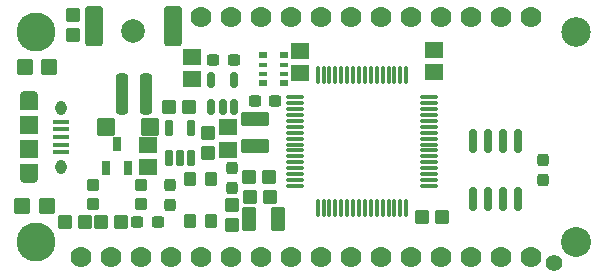
<source format=gbr>
%TF.GenerationSoftware,KiCad,Pcbnew,8.0.4-8.0.4-0~ubuntu22.04.1*%
%TF.CreationDate,2024-08-18T15:20:42-07:00*%
%TF.ProjectId,feather_M4_express,66656174-6865-4725-9f4d-345f65787072,rev?*%
%TF.SameCoordinates,Original*%
%TF.FileFunction,Soldermask,Top*%
%TF.FilePolarity,Negative*%
%FSLAX46Y46*%
G04 Gerber Fmt 4.6, Leading zero omitted, Abs format (unit mm)*
G04 Created by KiCad (PCBNEW 8.0.4-8.0.4-0~ubuntu22.04.1) date 2024-08-18 15:20:42*
%MOMM*%
%LPD*%
G01*
G04 APERTURE LIST*
G04 Aperture macros list*
%AMRoundRect*
0 Rectangle with rounded corners*
0 $1 Rounding radius*
0 $2 $3 $4 $5 $6 $7 $8 $9 X,Y pos of 4 corners*
0 Add a 4 corners polygon primitive as box body*
4,1,4,$2,$3,$4,$5,$6,$7,$8,$9,$2,$3,0*
0 Add four circle primitives for the rounded corners*
1,1,$1+$1,$2,$3*
1,1,$1+$1,$4,$5*
1,1,$1+$1,$6,$7*
1,1,$1+$1,$8,$9*
0 Add four rect primitives between the rounded corners*
20,1,$1+$1,$2,$3,$4,$5,0*
20,1,$1+$1,$4,$5,$6,$7,0*
20,1,$1+$1,$6,$7,$8,$9,0*
20,1,$1+$1,$8,$9,$2,$3,0*%
G04 Aperture macros list end*
%ADD10RoundRect,0.050800X-0.500000X0.537500X-0.500000X-0.537500X0.500000X-0.537500X0.500000X0.537500X0*%
%ADD11R,1.350000X0.400000*%
%ADD12O,1.550000X0.890000*%
%ADD13R,1.550000X1.200000*%
%ADD14O,0.950000X1.250000*%
%ADD15R,1.550000X1.500000*%
%ADD16RoundRect,0.050800X0.500000X-0.537500X0.500000X0.537500X-0.500000X0.537500X-0.500000X-0.537500X0*%
%ADD17RoundRect,0.050800X0.600000X-0.600000X0.600000X0.600000X-0.600000X0.600000X-0.600000X-0.600000X0*%
%ADD18C,3.301600*%
%ADD19RoundRect,0.050800X-0.317500X-0.508000X0.317500X-0.508000X0.317500X0.508000X-0.317500X0.508000X0*%
%ADD20RoundRect,0.050800X0.450000X0.450000X-0.450000X0.450000X-0.450000X-0.450000X0.450000X-0.450000X0*%
%ADD21RoundRect,0.050800X-0.600000X0.600000X-0.600000X-0.600000X0.600000X-0.600000X0.600000X0.600000X0*%
%ADD22RoundRect,0.050800X-1.100000X0.508000X-1.100000X-0.508000X1.100000X-0.508000X1.100000X0.508000X0*%
%ADD23C,1.778000*%
%ADD24C,2.000000*%
%ADD25RoundRect,0.050800X-0.750000X0.620000X-0.750000X-0.620000X0.750000X-0.620000X0.750000X0.620000X0*%
%ADD26C,2.500000*%
%ADD27RoundRect,0.075000X0.075000X-0.662500X0.075000X0.662500X-0.075000X0.662500X-0.075000X-0.662500X0*%
%ADD28RoundRect,0.075000X0.662500X-0.075000X0.662500X0.075000X-0.662500X0.075000X-0.662500X-0.075000X0*%
%ADD29RoundRect,0.237500X-0.237500X0.300000X-0.237500X-0.300000X0.237500X-0.300000X0.237500X0.300000X0*%
%ADD30RoundRect,0.050800X-0.537500X-0.500000X0.537500X-0.500000X0.537500X0.500000X-0.537500X0.500000X0*%
%ADD31R,0.800000X0.500000*%
%ADD32R,0.800000X0.400000*%
%ADD33RoundRect,0.150000X0.150000X-0.825000X0.150000X0.825000X-0.150000X0.825000X-0.150000X-0.825000X0*%
%ADD34RoundRect,0.050800X0.750000X-0.620000X0.750000X0.620000X-0.750000X0.620000X-0.750000X-0.620000X0*%
%ADD35RoundRect,0.250000X0.250000X1.500000X-0.250000X1.500000X-0.250000X-1.500000X0.250000X-1.500000X0*%
%ADD36RoundRect,0.250001X0.499999X1.449999X-0.499999X1.449999X-0.499999X-1.449999X0.499999X-1.449999X0*%
%ADD37RoundRect,0.237500X-0.300000X-0.237500X0.300000X-0.237500X0.300000X0.237500X-0.300000X0.237500X0*%
%ADD38RoundRect,0.050800X0.537500X0.500000X-0.537500X0.500000X-0.537500X-0.500000X0.537500X-0.500000X0*%
%ADD39RoundRect,0.050800X0.550000X0.950000X-0.550000X0.950000X-0.550000X-0.950000X0.550000X-0.950000X0*%
%ADD40RoundRect,0.050800X-0.550000X-0.950000X0.550000X-0.950000X0.550000X0.950000X-0.550000X0.950000X0*%
%ADD41RoundRect,0.050800X-0.700000X0.700000X-0.700000X-0.700000X0.700000X-0.700000X0.700000X0.700000X0*%
%ADD42RoundRect,0.050800X-0.425000X-0.500000X0.425000X-0.500000X0.425000X0.500000X-0.425000X0.500000X0*%
%ADD43RoundRect,0.050800X-0.275000X-0.600000X0.275000X-0.600000X0.275000X0.600000X-0.275000X0.600000X0*%
%ADD44RoundRect,0.237500X0.237500X-0.300000X0.237500X0.300000X-0.237500X0.300000X-0.237500X-0.300000X0*%
%ADD45C,2.540000*%
%ADD46RoundRect,0.150000X0.150000X-0.512500X0.150000X0.512500X-0.150000X0.512500X-0.150000X-0.512500X0*%
%ADD47C,1.400000*%
G04 APERTURE END LIST*
D10*
%TO.C,R7*%
X210032600Y-127279400D03*
X210032600Y-128979400D03*
%TD*%
D11*
%TO.C,X3*%
X208998800Y-136338200D03*
X208998800Y-136988200D03*
X208998800Y-137638200D03*
X208998800Y-138288200D03*
X208998800Y-138938200D03*
D12*
X206298800Y-134138200D03*
D13*
X206298800Y-134738200D03*
D14*
X208998800Y-135138200D03*
D15*
X206298800Y-136638200D03*
X206298800Y-138638200D03*
D14*
X208998800Y-140138200D03*
D13*
X206298800Y-140538200D03*
D12*
X206298800Y-141138200D03*
%TD*%
D16*
%TO.C,C2*%
X223418400Y-145083900D03*
X223418400Y-143383900D03*
%TD*%
D17*
%TO.C,L1*%
X208000600Y-131724400D03*
X205900600Y-131724400D03*
%TD*%
D18*
%TO.C,U$32*%
X206857600Y-146532600D03*
%TD*%
D19*
%TO.C,Q3*%
X212765600Y-140226800D03*
X214665600Y-140226800D03*
X213715600Y-138226800D03*
%TD*%
D20*
%TO.C,SW1*%
X211673000Y-143332200D03*
X215773000Y-143332200D03*
X211673000Y-141732200D03*
X215773000Y-141732200D03*
%TD*%
D21*
%TO.C,CHG*%
X205689200Y-143484600D03*
X207789200Y-143484600D03*
%TD*%
D22*
%TO.C,L2*%
X225374200Y-136134600D03*
X225374200Y-138388600D03*
%TD*%
D23*
%TO.C,JP1*%
X248767600Y-147802600D03*
X246227600Y-147802600D03*
X243687600Y-147802600D03*
X241147600Y-147802600D03*
X238607600Y-147802600D03*
X236067600Y-147802600D03*
X233527600Y-147802600D03*
X230987600Y-147802600D03*
X228447600Y-147802600D03*
X225907600Y-147802600D03*
X223367600Y-147802600D03*
X220827600Y-147802600D03*
X218287600Y-147802600D03*
X215747600Y-147802600D03*
X213207600Y-147802600D03*
X210667600Y-147802600D03*
%TD*%
D24*
%TO.C,FID1*%
X215112600Y-128625600D03*
%TD*%
D25*
%TO.C,C6*%
X216357200Y-138282600D03*
X216357200Y-140182600D03*
%TD*%
D26*
%TO.C,@HOLE1*%
X252577600Y-146532600D03*
%TD*%
D27*
%TO.C,U$1*%
X230713400Y-143684400D03*
X231213400Y-143684400D03*
X231713400Y-143684400D03*
X232213400Y-143684400D03*
X232713400Y-143684400D03*
X233213400Y-143684400D03*
X233713400Y-143684400D03*
X234213400Y-143684400D03*
X234713400Y-143684400D03*
X235213400Y-143684400D03*
X235713400Y-143684400D03*
X236213400Y-143684400D03*
X236713400Y-143684400D03*
X237213400Y-143684400D03*
X237713400Y-143684400D03*
X238213400Y-143684400D03*
D28*
X240125900Y-141771900D03*
X240125900Y-141271900D03*
X240125900Y-140771900D03*
X240125900Y-140271900D03*
X240125900Y-139771900D03*
X240125900Y-139271900D03*
X240125900Y-138771900D03*
X240125900Y-138271900D03*
X240125900Y-137771900D03*
X240125900Y-137271900D03*
X240125900Y-136771900D03*
X240125900Y-136271900D03*
X240125900Y-135771900D03*
X240125900Y-135271900D03*
X240125900Y-134771900D03*
X240125900Y-134271900D03*
D27*
X238213400Y-132359400D03*
X237713400Y-132359400D03*
X237213400Y-132359400D03*
X236713400Y-132359400D03*
X236213400Y-132359400D03*
X235713400Y-132359400D03*
X235213400Y-132359400D03*
X234713400Y-132359400D03*
X234213400Y-132359400D03*
X233713400Y-132359400D03*
X233213400Y-132359400D03*
X232713400Y-132359400D03*
X232213400Y-132359400D03*
X231713400Y-132359400D03*
X231213400Y-132359400D03*
X230713400Y-132359400D03*
D28*
X228800900Y-134271900D03*
X228800900Y-134771900D03*
X228800900Y-135271900D03*
X228800900Y-135771900D03*
X228800900Y-136271900D03*
X228800900Y-136771900D03*
X228800900Y-137271900D03*
X228800900Y-137771900D03*
X228800900Y-138271900D03*
X228800900Y-138771900D03*
X228800900Y-139271900D03*
X228800900Y-139771900D03*
X228800900Y-140271900D03*
X228800900Y-140771900D03*
X228800900Y-141271900D03*
X228800900Y-141771900D03*
%TD*%
D29*
%TO.C,C10*%
X249758200Y-139573000D03*
X249758200Y-141298000D03*
%TD*%
D18*
%TO.C,P$2*%
X206883000Y-128778000D03*
%TD*%
D30*
%TO.C,R8*%
X218098000Y-135128000D03*
X219798000Y-135128000D03*
%TD*%
D10*
%TO.C,R3*%
X221437200Y-137288800D03*
X221437200Y-138988800D03*
%TD*%
D23*
%TO.C,JP3*%
X220827600Y-127482600D03*
X223367600Y-127482600D03*
X225907600Y-127482600D03*
X228447600Y-127482600D03*
X230987600Y-127482600D03*
X233527600Y-127482600D03*
X236067600Y-127482600D03*
X238607600Y-127482600D03*
X241147600Y-127482600D03*
X243687600Y-127482600D03*
X246227600Y-127482600D03*
X248767600Y-127482600D03*
%TD*%
D26*
%TO.C,@HOLE0*%
X252577600Y-128752600D03*
%TD*%
D31*
%TO.C,R9*%
X227874400Y-133102200D03*
D32*
X227874400Y-132302200D03*
X227874400Y-131502200D03*
D31*
X227874400Y-130702200D03*
X226074400Y-130702200D03*
D32*
X226074400Y-131502200D03*
X226074400Y-132302200D03*
D31*
X226074400Y-133102200D03*
%TD*%
D33*
%TO.C,U1*%
X243865400Y-142911600D03*
X245135400Y-142911600D03*
X246405400Y-142911600D03*
X247675400Y-142911600D03*
X247675400Y-137961600D03*
X246405400Y-137961600D03*
X245135400Y-137961600D03*
X243865400Y-137961600D03*
%TD*%
D25*
%TO.C,C3*%
X220065600Y-130835400D03*
X220065600Y-132735400D03*
%TD*%
%TO.C,C5*%
X240604600Y-130264100D03*
X240604600Y-132164100D03*
%TD*%
D34*
%TO.C,C8*%
X229235000Y-132232400D03*
X229235000Y-130332400D03*
%TD*%
D35*
%TO.C,X1*%
X216140800Y-134020000D03*
X214140800Y-134020000D03*
D36*
X218490800Y-128270000D03*
X211790800Y-128270000D03*
%TD*%
D30*
%TO.C,R6*%
X224866200Y-140995400D03*
X226566200Y-140995400D03*
%TD*%
D37*
%TO.C,C7*%
X221870100Y-131102100D03*
X223595100Y-131102100D03*
%TD*%
D25*
%TO.C,C13*%
X223113600Y-136829800D03*
X223113600Y-138729800D03*
%TD*%
D29*
%TO.C,C11*%
X223418400Y-140234500D03*
X223418400Y-141959500D03*
%TD*%
D38*
%TO.C,C4*%
X226695000Y-142722600D03*
X224995000Y-142722600D03*
%TD*%
D39*
%TO.C,X2*%
X224930000Y-144576800D03*
D40*
X227330000Y-144576800D03*
%TD*%
D41*
%TO.C,D4*%
X212775800Y-136753600D03*
X216475800Y-136753600D03*
%TD*%
D18*
%TO.C,P$1*%
X206857600Y-146507200D03*
%TD*%
D42*
%TO.C,LED1*%
X221688600Y-141224000D03*
X219938600Y-141224000D03*
X219938600Y-144724000D03*
X221688600Y-144724000D03*
%TD*%
D43*
%TO.C,U3*%
X218099600Y-139446000D03*
X219049600Y-139446000D03*
X219999600Y-139446000D03*
X219999600Y-136845800D03*
X218099600Y-136845800D03*
%TD*%
D30*
%TO.C,R2*%
X209296000Y-144805400D03*
X210996000Y-144805400D03*
%TD*%
D37*
%TO.C,C14*%
X215443900Y-144830800D03*
X217168900Y-144830800D03*
%TD*%
D38*
%TO.C,R4*%
X214071200Y-144830800D03*
X212371200Y-144830800D03*
%TD*%
D44*
%TO.C,C12*%
X218186000Y-143433800D03*
X218186000Y-141708800D03*
%TD*%
D45*
%TO.C,@HOLE1*%
X252577600Y-146532600D03*
%TD*%
D46*
%TO.C,U2*%
X221716600Y-135091600D03*
X222666600Y-135091600D03*
X223616600Y-135091600D03*
X223616600Y-132816600D03*
X221716600Y-132816600D03*
%TD*%
D37*
%TO.C,C15*%
X225374200Y-134594600D03*
X227099200Y-134594600D03*
%TD*%
D30*
%TO.C,R5*%
X239572800Y-144424400D03*
X241272800Y-144424400D03*
%TD*%
D47*
%TO.C,FID2*%
X250723400Y-148310600D03*
%TD*%
M02*

</source>
